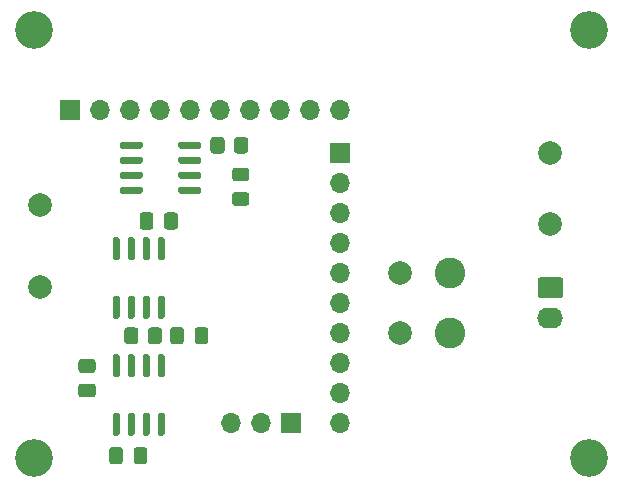
<source format=gbr>
G04 #@! TF.GenerationSoftware,KiCad,Pcbnew,(5.1.10-0-10_14)*
G04 #@! TF.CreationDate,2021-07-29T18:16:50+02:00*
G04 #@! TF.ProjectId,quasimodo,71756173-696d-46f6-946f-2e6b69636164,rev?*
G04 #@! TF.SameCoordinates,Original*
G04 #@! TF.FileFunction,Soldermask,Top*
G04 #@! TF.FilePolarity,Negative*
%FSLAX46Y46*%
G04 Gerber Fmt 4.6, Leading zero omitted, Abs format (unit mm)*
G04 Created by KiCad (PCBNEW (5.1.10-0-10_14)) date 2021-07-29 18:16:50*
%MOMM*%
%LPD*%
G01*
G04 APERTURE LIST*
%ADD10C,2.600000*%
%ADD11C,2.000000*%
%ADD12O,2.190000X1.740000*%
%ADD13O,1.700000X1.700000*%
%ADD14R,1.700000X1.700000*%
%ADD15C,3.200000*%
G04 APERTURE END LIST*
G36*
G01*
X129390000Y-114909500D02*
X129690000Y-114909500D01*
G75*
G02*
X129840000Y-115059500I0J-150000D01*
G01*
X129840000Y-116709500D01*
G75*
G02*
X129690000Y-116859500I-150000J0D01*
G01*
X129390000Y-116859500D01*
G75*
G02*
X129240000Y-116709500I0J150000D01*
G01*
X129240000Y-115059500D01*
G75*
G02*
X129390000Y-114909500I150000J0D01*
G01*
G37*
G36*
G01*
X128120000Y-114909500D02*
X128420000Y-114909500D01*
G75*
G02*
X128570000Y-115059500I0J-150000D01*
G01*
X128570000Y-116709500D01*
G75*
G02*
X128420000Y-116859500I-150000J0D01*
G01*
X128120000Y-116859500D01*
G75*
G02*
X127970000Y-116709500I0J150000D01*
G01*
X127970000Y-115059500D01*
G75*
G02*
X128120000Y-114909500I150000J0D01*
G01*
G37*
G36*
G01*
X126850000Y-114909500D02*
X127150000Y-114909500D01*
G75*
G02*
X127300000Y-115059500I0J-150000D01*
G01*
X127300000Y-116709500D01*
G75*
G02*
X127150000Y-116859500I-150000J0D01*
G01*
X126850000Y-116859500D01*
G75*
G02*
X126700000Y-116709500I0J150000D01*
G01*
X126700000Y-115059500D01*
G75*
G02*
X126850000Y-114909500I150000J0D01*
G01*
G37*
G36*
G01*
X125580000Y-114909500D02*
X125880000Y-114909500D01*
G75*
G02*
X126030000Y-115059500I0J-150000D01*
G01*
X126030000Y-116709500D01*
G75*
G02*
X125880000Y-116859500I-150000J0D01*
G01*
X125580000Y-116859500D01*
G75*
G02*
X125430000Y-116709500I0J150000D01*
G01*
X125430000Y-115059500D01*
G75*
G02*
X125580000Y-114909500I150000J0D01*
G01*
G37*
G36*
G01*
X125580000Y-109959500D02*
X125880000Y-109959500D01*
G75*
G02*
X126030000Y-110109500I0J-150000D01*
G01*
X126030000Y-111759500D01*
G75*
G02*
X125880000Y-111909500I-150000J0D01*
G01*
X125580000Y-111909500D01*
G75*
G02*
X125430000Y-111759500I0J150000D01*
G01*
X125430000Y-110109500D01*
G75*
G02*
X125580000Y-109959500I150000J0D01*
G01*
G37*
G36*
G01*
X126850000Y-109959500D02*
X127150000Y-109959500D01*
G75*
G02*
X127300000Y-110109500I0J-150000D01*
G01*
X127300000Y-111759500D01*
G75*
G02*
X127150000Y-111909500I-150000J0D01*
G01*
X126850000Y-111909500D01*
G75*
G02*
X126700000Y-111759500I0J150000D01*
G01*
X126700000Y-110109500D01*
G75*
G02*
X126850000Y-109959500I150000J0D01*
G01*
G37*
G36*
G01*
X128120000Y-109959500D02*
X128420000Y-109959500D01*
G75*
G02*
X128570000Y-110109500I0J-150000D01*
G01*
X128570000Y-111759500D01*
G75*
G02*
X128420000Y-111909500I-150000J0D01*
G01*
X128120000Y-111909500D01*
G75*
G02*
X127970000Y-111759500I0J150000D01*
G01*
X127970000Y-110109500D01*
G75*
G02*
X128120000Y-109959500I150000J0D01*
G01*
G37*
G36*
G01*
X129390000Y-109959500D02*
X129690000Y-109959500D01*
G75*
G02*
X129840000Y-110109500I0J-150000D01*
G01*
X129840000Y-111759500D01*
G75*
G02*
X129690000Y-111909500I-150000J0D01*
G01*
X129390000Y-111909500D01*
G75*
G02*
X129240000Y-111759500I0J150000D01*
G01*
X129240000Y-110109500D01*
G75*
G02*
X129390000Y-109959500I150000J0D01*
G01*
G37*
G36*
G01*
X125880000Y-102003500D02*
X125580000Y-102003500D01*
G75*
G02*
X125430000Y-101853500I0J150000D01*
G01*
X125430000Y-100203500D01*
G75*
G02*
X125580000Y-100053500I150000J0D01*
G01*
X125880000Y-100053500D01*
G75*
G02*
X126030000Y-100203500I0J-150000D01*
G01*
X126030000Y-101853500D01*
G75*
G02*
X125880000Y-102003500I-150000J0D01*
G01*
G37*
G36*
G01*
X127150000Y-102003500D02*
X126850000Y-102003500D01*
G75*
G02*
X126700000Y-101853500I0J150000D01*
G01*
X126700000Y-100203500D01*
G75*
G02*
X126850000Y-100053500I150000J0D01*
G01*
X127150000Y-100053500D01*
G75*
G02*
X127300000Y-100203500I0J-150000D01*
G01*
X127300000Y-101853500D01*
G75*
G02*
X127150000Y-102003500I-150000J0D01*
G01*
G37*
G36*
G01*
X128420000Y-102003500D02*
X128120000Y-102003500D01*
G75*
G02*
X127970000Y-101853500I0J150000D01*
G01*
X127970000Y-100203500D01*
G75*
G02*
X128120000Y-100053500I150000J0D01*
G01*
X128420000Y-100053500D01*
G75*
G02*
X128570000Y-100203500I0J-150000D01*
G01*
X128570000Y-101853500D01*
G75*
G02*
X128420000Y-102003500I-150000J0D01*
G01*
G37*
G36*
G01*
X129690000Y-102003500D02*
X129390000Y-102003500D01*
G75*
G02*
X129240000Y-101853500I0J150000D01*
G01*
X129240000Y-100203500D01*
G75*
G02*
X129390000Y-100053500I150000J0D01*
G01*
X129690000Y-100053500D01*
G75*
G02*
X129840000Y-100203500I0J-150000D01*
G01*
X129840000Y-101853500D01*
G75*
G02*
X129690000Y-102003500I-150000J0D01*
G01*
G37*
G36*
G01*
X129690000Y-106953500D02*
X129390000Y-106953500D01*
G75*
G02*
X129240000Y-106803500I0J150000D01*
G01*
X129240000Y-105153500D01*
G75*
G02*
X129390000Y-105003500I150000J0D01*
G01*
X129690000Y-105003500D01*
G75*
G02*
X129840000Y-105153500I0J-150000D01*
G01*
X129840000Y-106803500D01*
G75*
G02*
X129690000Y-106953500I-150000J0D01*
G01*
G37*
G36*
G01*
X128420000Y-106953500D02*
X128120000Y-106953500D01*
G75*
G02*
X127970000Y-106803500I0J150000D01*
G01*
X127970000Y-105153500D01*
G75*
G02*
X128120000Y-105003500I150000J0D01*
G01*
X128420000Y-105003500D01*
G75*
G02*
X128570000Y-105153500I0J-150000D01*
G01*
X128570000Y-106803500D01*
G75*
G02*
X128420000Y-106953500I-150000J0D01*
G01*
G37*
G36*
G01*
X127150000Y-106953500D02*
X126850000Y-106953500D01*
G75*
G02*
X126700000Y-106803500I0J150000D01*
G01*
X126700000Y-105153500D01*
G75*
G02*
X126850000Y-105003500I150000J0D01*
G01*
X127150000Y-105003500D01*
G75*
G02*
X127300000Y-105153500I0J-150000D01*
G01*
X127300000Y-106803500D01*
G75*
G02*
X127150000Y-106953500I-150000J0D01*
G01*
G37*
G36*
G01*
X125880000Y-106953500D02*
X125580000Y-106953500D01*
G75*
G02*
X125430000Y-106803500I0J150000D01*
G01*
X125430000Y-105153500D01*
G75*
G02*
X125580000Y-105003500I150000J0D01*
G01*
X125880000Y-105003500D01*
G75*
G02*
X126030000Y-105153500I0J-150000D01*
G01*
X126030000Y-106803500D01*
G75*
G02*
X125880000Y-106953500I-150000J0D01*
G01*
G37*
G36*
G01*
X134902500Y-91815499D02*
X134902500Y-92715501D01*
G75*
G02*
X134652501Y-92965500I-249999J0D01*
G01*
X133952499Y-92965500D01*
G75*
G02*
X133702500Y-92715501I0J249999D01*
G01*
X133702500Y-91815499D01*
G75*
G02*
X133952499Y-91565500I249999J0D01*
G01*
X134652501Y-91565500D01*
G75*
G02*
X134902500Y-91815499I0J-249999D01*
G01*
G37*
G36*
G01*
X136902500Y-91815499D02*
X136902500Y-92715501D01*
G75*
G02*
X136652501Y-92965500I-249999J0D01*
G01*
X135952499Y-92965500D01*
G75*
G02*
X135702500Y-92715501I0J249999D01*
G01*
X135702500Y-91815499D01*
G75*
G02*
X135952499Y-91565500I249999J0D01*
G01*
X136652501Y-91565500D01*
G75*
G02*
X136902500Y-91815499I0J-249999D01*
G01*
G37*
G36*
G01*
X128400000Y-108844501D02*
X128400000Y-107944499D01*
G75*
G02*
X128649999Y-107694500I249999J0D01*
G01*
X129350001Y-107694500D01*
G75*
G02*
X129600000Y-107944499I0J-249999D01*
G01*
X129600000Y-108844501D01*
G75*
G02*
X129350001Y-109094500I-249999J0D01*
G01*
X128649999Y-109094500D01*
G75*
G02*
X128400000Y-108844501I0J249999D01*
G01*
G37*
G36*
G01*
X126400000Y-108844501D02*
X126400000Y-107944499D01*
G75*
G02*
X126649999Y-107694500I249999J0D01*
G01*
X127350001Y-107694500D01*
G75*
G02*
X127600000Y-107944499I0J-249999D01*
G01*
X127600000Y-108844501D01*
G75*
G02*
X127350001Y-109094500I-249999J0D01*
G01*
X126649999Y-109094500D01*
G75*
G02*
X126400000Y-108844501I0J249999D01*
G01*
G37*
G36*
G01*
X130978000Y-92402800D02*
X130978000Y-92102800D01*
G75*
G02*
X131128000Y-91952800I150000J0D01*
G01*
X132778000Y-91952800D01*
G75*
G02*
X132928000Y-92102800I0J-150000D01*
G01*
X132928000Y-92402800D01*
G75*
G02*
X132778000Y-92552800I-150000J0D01*
G01*
X131128000Y-92552800D01*
G75*
G02*
X130978000Y-92402800I0J150000D01*
G01*
G37*
G36*
G01*
X130978000Y-93672800D02*
X130978000Y-93372800D01*
G75*
G02*
X131128000Y-93222800I150000J0D01*
G01*
X132778000Y-93222800D01*
G75*
G02*
X132928000Y-93372800I0J-150000D01*
G01*
X132928000Y-93672800D01*
G75*
G02*
X132778000Y-93822800I-150000J0D01*
G01*
X131128000Y-93822800D01*
G75*
G02*
X130978000Y-93672800I0J150000D01*
G01*
G37*
G36*
G01*
X130978000Y-94942800D02*
X130978000Y-94642800D01*
G75*
G02*
X131128000Y-94492800I150000J0D01*
G01*
X132778000Y-94492800D01*
G75*
G02*
X132928000Y-94642800I0J-150000D01*
G01*
X132928000Y-94942800D01*
G75*
G02*
X132778000Y-95092800I-150000J0D01*
G01*
X131128000Y-95092800D01*
G75*
G02*
X130978000Y-94942800I0J150000D01*
G01*
G37*
G36*
G01*
X130978000Y-96212800D02*
X130978000Y-95912800D01*
G75*
G02*
X131128000Y-95762800I150000J0D01*
G01*
X132778000Y-95762800D01*
G75*
G02*
X132928000Y-95912800I0J-150000D01*
G01*
X132928000Y-96212800D01*
G75*
G02*
X132778000Y-96362800I-150000J0D01*
G01*
X131128000Y-96362800D01*
G75*
G02*
X130978000Y-96212800I0J150000D01*
G01*
G37*
G36*
G01*
X126028000Y-96212800D02*
X126028000Y-95912800D01*
G75*
G02*
X126178000Y-95762800I150000J0D01*
G01*
X127828000Y-95762800D01*
G75*
G02*
X127978000Y-95912800I0J-150000D01*
G01*
X127978000Y-96212800D01*
G75*
G02*
X127828000Y-96362800I-150000J0D01*
G01*
X126178000Y-96362800D01*
G75*
G02*
X126028000Y-96212800I0J150000D01*
G01*
G37*
G36*
G01*
X126028000Y-94942800D02*
X126028000Y-94642800D01*
G75*
G02*
X126178000Y-94492800I150000J0D01*
G01*
X127828000Y-94492800D01*
G75*
G02*
X127978000Y-94642800I0J-150000D01*
G01*
X127978000Y-94942800D01*
G75*
G02*
X127828000Y-95092800I-150000J0D01*
G01*
X126178000Y-95092800D01*
G75*
G02*
X126028000Y-94942800I0J150000D01*
G01*
G37*
G36*
G01*
X126028000Y-93672800D02*
X126028000Y-93372800D01*
G75*
G02*
X126178000Y-93222800I150000J0D01*
G01*
X127828000Y-93222800D01*
G75*
G02*
X127978000Y-93372800I0J-150000D01*
G01*
X127978000Y-93672800D01*
G75*
G02*
X127828000Y-93822800I-150000J0D01*
G01*
X126178000Y-93822800D01*
G75*
G02*
X126028000Y-93672800I0J150000D01*
G01*
G37*
G36*
G01*
X126028000Y-92402800D02*
X126028000Y-92102800D01*
G75*
G02*
X126178000Y-91952800I150000J0D01*
G01*
X127828000Y-91952800D01*
G75*
G02*
X127978000Y-92102800I0J-150000D01*
G01*
X127978000Y-92402800D01*
G75*
G02*
X127828000Y-92552800I-150000J0D01*
G01*
X126178000Y-92552800D01*
G75*
G02*
X126028000Y-92402800I0J150000D01*
G01*
G37*
D10*
X153987500Y-108204000D03*
X153987500Y-103124000D03*
D11*
X149796500Y-108204000D03*
X149796500Y-103124000D03*
D12*
X162496500Y-106870500D03*
G36*
G01*
X161651499Y-103460500D02*
X163341501Y-103460500D01*
G75*
G02*
X163591500Y-103710499I0J-249999D01*
G01*
X163591500Y-104950501D01*
G75*
G02*
X163341501Y-105200500I-249999J0D01*
G01*
X161651499Y-105200500D01*
G75*
G02*
X161401500Y-104950501I0J249999D01*
G01*
X161401500Y-103710499D01*
G75*
G02*
X161651499Y-103460500I249999J0D01*
G01*
G37*
D11*
X162496500Y-98933000D03*
X162496500Y-92964000D03*
D13*
X135445500Y-115824000D03*
X137985500Y-115824000D03*
D14*
X140525500Y-115824000D03*
D13*
X144716500Y-115824000D03*
X144716500Y-113284000D03*
X144716500Y-110744000D03*
X144716500Y-108204000D03*
X144716500Y-105664000D03*
X144716500Y-103124000D03*
X144716500Y-100584000D03*
X144716500Y-98044000D03*
X144716500Y-95504000D03*
D14*
X144716500Y-92964000D03*
D13*
X144653000Y-89281000D03*
X142113000Y-89281000D03*
X139573000Y-89281000D03*
X137033000Y-89281000D03*
X134493000Y-89281000D03*
X131953000Y-89281000D03*
X129413000Y-89281000D03*
X126873000Y-89281000D03*
X124333000Y-89281000D03*
D14*
X121793000Y-89281000D03*
D11*
X119253000Y-104267000D03*
X119253000Y-97345500D03*
D15*
X118745000Y-118745000D03*
X165735000Y-118745000D03*
X165735000Y-82550000D03*
X118745000Y-82550000D03*
G36*
G01*
X135796000Y-96229500D02*
X136746000Y-96229500D01*
G75*
G02*
X136996000Y-96479500I0J-250000D01*
G01*
X136996000Y-97154500D01*
G75*
G02*
X136746000Y-97404500I-250000J0D01*
G01*
X135796000Y-97404500D01*
G75*
G02*
X135546000Y-97154500I0J250000D01*
G01*
X135546000Y-96479500D01*
G75*
G02*
X135796000Y-96229500I250000J0D01*
G01*
G37*
G36*
G01*
X135796000Y-94154500D02*
X136746000Y-94154500D01*
G75*
G02*
X136996000Y-94404500I0J-250000D01*
G01*
X136996000Y-95079500D01*
G75*
G02*
X136746000Y-95329500I-250000J0D01*
G01*
X135796000Y-95329500D01*
G75*
G02*
X135546000Y-95079500I0J250000D01*
G01*
X135546000Y-94404500D01*
G75*
G02*
X135796000Y-94154500I250000J0D01*
G01*
G37*
G36*
G01*
X129778000Y-99154000D02*
X129778000Y-98204000D01*
G75*
G02*
X130028000Y-97954000I250000J0D01*
G01*
X130703000Y-97954000D01*
G75*
G02*
X130953000Y-98204000I0J-250000D01*
G01*
X130953000Y-99154000D01*
G75*
G02*
X130703000Y-99404000I-250000J0D01*
G01*
X130028000Y-99404000D01*
G75*
G02*
X129778000Y-99154000I0J250000D01*
G01*
G37*
G36*
G01*
X127703000Y-99154000D02*
X127703000Y-98204000D01*
G75*
G02*
X127953000Y-97954000I250000J0D01*
G01*
X128628000Y-97954000D01*
G75*
G02*
X128878000Y-98204000I0J-250000D01*
G01*
X128878000Y-99154000D01*
G75*
G02*
X128628000Y-99404000I-250000J0D01*
G01*
X127953000Y-99404000D01*
G75*
G02*
X127703000Y-99154000I0J250000D01*
G01*
G37*
G36*
G01*
X132361000Y-108869500D02*
X132361000Y-107919500D01*
G75*
G02*
X132611000Y-107669500I250000J0D01*
G01*
X133286000Y-107669500D01*
G75*
G02*
X133536000Y-107919500I0J-250000D01*
G01*
X133536000Y-108869500D01*
G75*
G02*
X133286000Y-109119500I-250000J0D01*
G01*
X132611000Y-109119500D01*
G75*
G02*
X132361000Y-108869500I0J250000D01*
G01*
G37*
G36*
G01*
X130286000Y-108869500D02*
X130286000Y-107919500D01*
G75*
G02*
X130536000Y-107669500I250000J0D01*
G01*
X131211000Y-107669500D01*
G75*
G02*
X131461000Y-107919500I0J-250000D01*
G01*
X131461000Y-108869500D01*
G75*
G02*
X131211000Y-109119500I-250000J0D01*
G01*
X130536000Y-109119500D01*
G75*
G02*
X130286000Y-108869500I0J250000D01*
G01*
G37*
G36*
G01*
X122778500Y-112442500D02*
X123728500Y-112442500D01*
G75*
G02*
X123978500Y-112692500I0J-250000D01*
G01*
X123978500Y-113367500D01*
G75*
G02*
X123728500Y-113617500I-250000J0D01*
G01*
X122778500Y-113617500D01*
G75*
G02*
X122528500Y-113367500I0J250000D01*
G01*
X122528500Y-112692500D01*
G75*
G02*
X122778500Y-112442500I250000J0D01*
G01*
G37*
G36*
G01*
X122778500Y-110367500D02*
X123728500Y-110367500D01*
G75*
G02*
X123978500Y-110617500I0J-250000D01*
G01*
X123978500Y-111292500D01*
G75*
G02*
X123728500Y-111542500I-250000J0D01*
G01*
X122778500Y-111542500D01*
G75*
G02*
X122528500Y-111292500I0J250000D01*
G01*
X122528500Y-110617500D01*
G75*
G02*
X122778500Y-110367500I250000J0D01*
G01*
G37*
G36*
G01*
X127196000Y-119029500D02*
X127196000Y-118079500D01*
G75*
G02*
X127446000Y-117829500I250000J0D01*
G01*
X128121000Y-117829500D01*
G75*
G02*
X128371000Y-118079500I0J-250000D01*
G01*
X128371000Y-119029500D01*
G75*
G02*
X128121000Y-119279500I-250000J0D01*
G01*
X127446000Y-119279500D01*
G75*
G02*
X127196000Y-119029500I0J250000D01*
G01*
G37*
G36*
G01*
X125121000Y-119029500D02*
X125121000Y-118079500D01*
G75*
G02*
X125371000Y-117829500I250000J0D01*
G01*
X126046000Y-117829500D01*
G75*
G02*
X126296000Y-118079500I0J-250000D01*
G01*
X126296000Y-119029500D01*
G75*
G02*
X126046000Y-119279500I-250000J0D01*
G01*
X125371000Y-119279500D01*
G75*
G02*
X125121000Y-119029500I0J250000D01*
G01*
G37*
M02*

</source>
